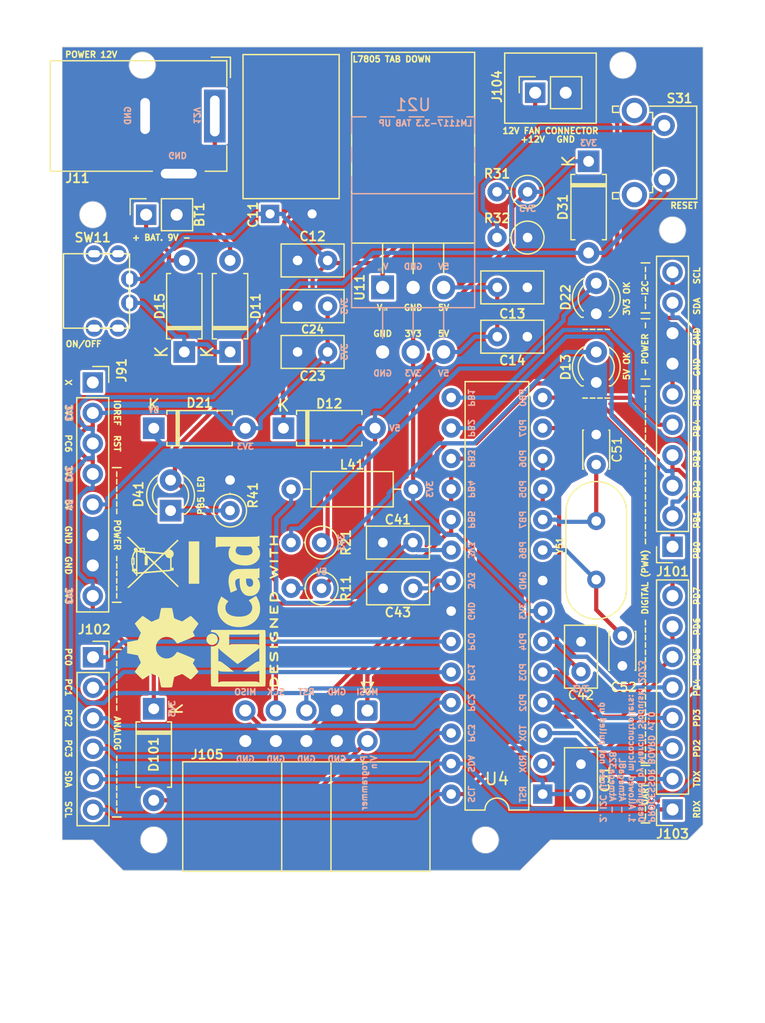
<source format=kicad_pcb>
(kicad_pcb (version 20211014) (generator pcbnew)
  (layers (0 "F.Cu" signal) (31 "B.Cu" signal) (34 "B.Paste" user) (35 "F.Paste" user) (36 "B.SilkS" user "B.Silkscreen") (37 "F.SilkS" user "F.Silkscreen") (38 "B.Mask" user) (39 "F.Mask" user) (44 "Edge.Cuts" user))
  (net 0 "")
  (net 1 "GNDREF")
  (net 2 "+5V")
  (net 3 "PC6")
  (net 4 "TDX")
  (net 5 "RDX")
  (net 6 "Net-(BT1-Pad1)")
  (net 7 "PD2")
  (net 8 "PD3")
  (net 9 "PD4")
  (net 10 "PD5")
  (net 11 "PD6")
  (net 12 "PD7")
  (net 13 "PB0")
  (net 14 "PB1")
  (net 15 "PB2")
  (net 16 "PB3")
  (net 17 "PB4")
  (net 18 "PB5")
  (net 19 "PC0")
  (net 20 "PC1")
  (net 21 "PC2")
  (net 22 "PC3")
  (net 23 "SDA")
  (net 24 "SCL")
  (net 26 "Net-(D101-Pad2)")
  (net 27 "+12V")
  (net 28 "+3.3V")
  (net 29 "Net-(C41-Pad2)")
  (net 30 "Net-(C43-Pad1)")
  (net 31 "PB7")
  (net 32 "PB6")
  (net 33 "Net-(D11-Pad1)")
  (net 34 "Net-(D11-Pad2)")
  (net 35 "Net-(D13-Pad2)")
  (net 36 "Net-(D22-Pad2)")
  (net 37 "Net-(D41-Pad1)")
  (net 38 "Net-(R32-Pad2)")
  (footprint "Connector_PinSocket_2.54mm:PinSocket_1x08_P2.54mm_Vertical" (layer "F.Cu") (at 25.4 48.26)
    (fp_text reference "J91")
    (fp_text value "Conn_01x08_Female")
  )
  (footprint "Crystal:Crystal_HC49-4H_Vertical" (layer "F.Cu") (at 67.31 64.68 90)
    (fp_text reference "Y51")
    (fp_text value "Crystal")
  )
  (footprint "Diode_THT:D_A-405_P7.62mm_Horizontal" (layer "F.Cu") (at 30.48 52.07)
    (fp_text reference "D21")
    (fp_text value "SB260")
  )
  (footprint "Diode_THT:D_A-405_P7.62mm_Horizontal" (layer "F.Cu") (at 66.675 29.845 -90)
    (fp_text reference "D31")
    (fp_text value "SB260")
  )
  (footprint "Capacitor_THT:C_Disc_D5.0mm_W2.5mm_P2.50mm" (layer "F.Cu") (at 66.04 69.85 -90)
    (fp_text reference "C42")
    (fp_text value "100nF")
  )
  (footprint "LED_THT:LED_D3.0mm" (layer "F.Cu") (at 31.877 58.933 90)
    (fp_text reference "D41")
    (fp_text value "LED (yellow 3mm)")
  )
  (footprint "Capacitor_THT:C_Disc_D5.0mm_W2.5mm_P2.50mm" (layer "F.Cu") (at 59.075 44.45)
    (fp_text reference "C14")
    (fp_text value "22uF h=9mm tantal")
  )
  (footprint "Diode_THT:D_A-405_P7.62mm_Horizontal" (layer "F.Cu") (at 33.02 45.72 90)
    (fp_text reference "D15")
    (fp_text value "SB260")
  )
  (footprint "Package_TO_SOT_THT:TO-220-3_Horizontal_TabDown" (layer "F.Cu") (at 49.53 40.345)
    (fp_text reference "U11")
    (fp_text value "L7805")
  )
  (footprint "Inductor_THT:L_Axial_L6.6mm_D2.7mm_P10.16mm_Horizontal_Vishay_IM-2" (layer "F.Cu") (at 52.07 57.15 180)
    (fp_text reference "L41")
    (fp_text value "10uH")
  )
  (footprint "Capacitor_THT:C_Disc_D5.0mm_W2.5mm_P2.50mm" (layer "F.Cu") (at 49.55 61.595)
    (fp_text reference "C41")
    (fp_text value "100nF")
  )
  (footprint "Capacitor_THT:C_Disc_D5.0mm_W2.5mm_P2.50mm" (layer "F.Cu") (at 44.95 38.1 180)
    (fp_text reference "C12")
    (fp_text value "100nF")
  )
  (footprint "Resistor_THT:R_Axial_DIN0207_L6.3mm_D2.5mm_P2.54mm_Vertical" (layer "F.Cu") (at 61.595 36.195 180)
    (fp_text reference "R32")
    (fp_text value "330")
  )
  (footprint "Resistor_THT:R_Axial_DIN0207_L6.3mm_D2.5mm_P2.54mm_Vertical" (layer "F.Cu") (at 44.45 61.595 180)
    (fp_text reference "R21")
    (fp_text value "100")
  )
  (footprint "moja_biblioteka:BarrelJack_Wuerth_6941xx301002" (layer "F.Cu") (at 35.56 26.07 -90)
    (fp_text reference "J11")
    (fp_text value "Barrel_Jack_Switch")
  )
  (footprint "Capacitor_THT:C_Disc_D3.0mm_W2.0mm_P2.50mm" (layer "F.Cu") (at 69.485 71.862 90)
    (fp_text reference "C52")
    (fp_text value "22pF")
  )
  (footprint "Button_Switch_THT:SW_Tactile_SPST_Angled_PTS645Vx39-2LFS" (layer "F.Cu") (at 72.9775 26.86 -90)
    (fp_text reference "S31")
    (fp_text value "SW_Push")
  )
  (footprint "Connector_PinSocket_2.54mm:PinSocket_1x06_P2.54mm_Vertical" (layer "F.Cu") (at 25.425 71.145)
    (fp_text reference "J102")
    (fp_text value "Conn_01x06_Female")
  )
  (footprint "Diode_THT:D_A-405_P7.62mm_Horizontal" (layer "F.Cu") (at 30.48 75.438 -90)
    (fp_text reference "D101")
    (fp_text value "SB260")
  )
  (footprint "Connector_PinSocket_2.54mm:PinSocket_1x10_P2.54mm_Vertical" (layer "F.Cu") (at 73.66 61.94 180)
    (fp_text reference "J101")
    (fp_text value "Conn_01x10_Female")
  )
  (footprint "Connector_IDC:IDC-Header_2x05_P2.54mm_Horizontal" (layer "F.Cu") (at 48.26 75.5825 -90)
    (fp_text reference "J105")
    (fp_text value "Conn_02x05_Top_Bottom")
  )
  (footprint "Diode_THT:D_A-405_P7.62mm_Horizontal" (layer "F.Cu") (at 36.83 45.72 90)
    (fp_text reference "D11")
    (fp_text value "SB260")
  )
  (footprint "Capacitor_THT:C_Disc_D5.0mm_W2.5mm_P2.50mm" (layer "F.Cu") (at 66.04 82.55 90)
    (fp_text reference "C31")
    (fp_text value "100nF")
  )
  (footprint "Capacitor_THT:C_Disc_D3.0mm_W2.0mm_P2.50mm" (layer "F.Cu") (at 67.31 52.598 -90)
    (fp_text reference "C51")
    (fp_text value "22pF")
  )
  (footprint "LED_THT:LED_D3.0mm" (layer "F.Cu") (at 67.31 42.54 90)
    (fp_text reference "D22")
    (fp_text value "LED (red 3mm)")
  )
  (footprint "Package_DIP:DIP-28_W7.62mm" (layer "F.Cu") (at 62.855 82.54 180)
    (fp_text reference "U4")
    (fp_text value "ATmega328-P")
  )
  (footprint "LED_THT:LED_D3.0mm" (layer "F.Cu") (at 67.31 48.26 90)
    (fp_text reference "D13")
    (fp_text value "LED (red 3mm)")
  )
  (footprint "Connector_PinSocket_2.54mm:PinSocket_1x02_P2.54mm_Vertical" (layer "F.Cu") (at 62.23 24.13 90)
    (fp_text reference "J104")
    (fp_text value "Conn_01x02_Female")
  )
  (footprint "Capacitor_THT:C_Disc_D5.0mm_W2.5mm_P2.50mm" (layer "F.Cu") (at 52.07 65.405 180)
    (fp_text reference "C43")
    (fp_text value "100nF")
  )
  (footprint "Resistor_THT:R_Axial_DIN0207_L6.3mm_D2.5mm_P2.54mm_Vertical" (layer "F.Cu") (at 36.83 58.928 90)
    (fp_text reference "R41")
    (fp_text value "25")
  )
  (footprint "Symbol:KiCad-Logo2_5mm_SilkScreen" (layer "F.Cu") (at 37.846 67.31 90)
    (fp_text reference "REFL1" hide)
    (fp_text value "KiCad-Logo2_5mm_SilkScreen" hide)
  )
  (footprint "moja_biblioteka:Capacitor_D8_H12_P3.5_Angle" (layer "F.Cu") (at 41.91 34.224)
    (fp_text reference "C11")
    (fp_text value "470uF")
  )
  (footprint "Resistor_THT:R_Axial_DIN0207_L6.3mm_D2.5mm_P2.54mm_Vertical" (layer "F.Cu") (at 61.595 32.385 180)
    (fp_text reference "R31")
    (fp_text value "10k")
  )
  (footprint "Capacitor_THT:C_Disc_D5.0mm_W2.5mm_P2.50mm" (layer "F.Cu") (at 44.95 41.91 180)
    (fp_text reference "C24")
    (fp_text value "22uF h=9mm tantal")
  )
  (footprint "Connector_PinSocket_2.54mm:PinSocket_1x02_P2.54mm_Vertical" (layer "F.Cu") (at 29.845 34.29 90)
    (fp_text reference "BT1")
    (fp_text value "Battery")
  )
  (footprint "moja_biblioteka:wlacznik katowy" (layer "F.Cu") (at 28.465 41.64 90)
    (fp_text reference "SW11")
    (fp_text value "SW_DIP_x01")
  )
  (footprint "Symbol:OSHW-Symbol_6.7x6mm_SilkScreen" (layer "F.Cu") (at 31.242 70.358 90)
    (fp_text reference "REFL2" hide)
    (fp_text value "OSHW-Symbol_6.7x6mm_SilkScreen" hide)
  )
  (footprint "Diode_THT:D_A-405_P7.62mm_Horizontal" (layer "F.Cu") (at 41.275 52.07)
    (fp_text reference "D12")
    (fp_text value "SB260")
  )
  (footprint "Symbol:WEEE-Logo_4.2x6mm_SilkScreen" (layer "F.Cu") (at 31.242 63.246 90)
    (fp_text reference "REFL3" hide)
    (fp_text value "WEEE-Logo_4.2x6mm_SilkScreen" hide)
  )
  (footprint "Resistor_THT:R_Axial_DIN0207_L6.3mm_D2.5mm_P2.54mm_Vertical" (layer "F.Cu") (at 44.45 65.405 180)
    (fp_text reference "R11")
    (fp_text value "190")
  )
  (footprint "Capacitor_THT:C_Disc_D5.0mm_W2.5mm_P2.50mm" (layer "F.Cu") (at 44.95 45.72 180)
    (fp_text reference "C23")
    (fp_text value "100nF")
  )
  (footprint "Connector_PinSocket_2.54mm:PinSocket_1x08_P2.54mm_Vertical" (layer "F.Cu") (at 73.66 83.82 180)
    (fp_text reference "J103")
    (fp_text value "Conn_01x08_Female")
  )
  (footprint "Capacitor_THT:C_Disc_D5.0mm_W2.5mm_P2.50mm" (layer "F.Cu") (at 59.075 40.345)
    (fp_text reference "C13")
    (fp_text value "100nF")
  )
  (footprint "Package_TO_SOT_THT:TO-220-3_Horizontal_TabUp" (layer "B.Cu") (at 49.53 45.72)
    (fp_text reference "U21")
    (fp_text value "LM1117-3.3")
  )
  (gr_line (start 67.31 26.67) (end 59.69 26.67) (layer "F.SilkS") (width 0.12))
  (gr_line (start 59.69 26.67) (end 59.69 20.828) (layer "F.SilkS") (width 0.12))
  (gr_line (start 59.69 20.828) (end 67.31 20.828) (layer "F.SilkS") (width 0.12))
  (gr_line (start 67.31 20.828) (end 67.31 26.67) (layer "F.SilkS") (width 0.12))
  (gr_line (start 25.4 86.36) (end 22.86 86.36) (layer "Edge.Cuts") (width 0.05))
  (gr_line (start 22.86 101.6) (end 22.86 101.6) (layer "Edge.Cuts") (width 0.05))
  (gr_circle (center 58.09 86.36) (end 59.19 86.36) (layer "Edge.Cuts") (width 0.05) (fill none))
  (gr_circle (center 30.48 86.36) (end 31.58 86.36) (layer "Edge.Cuts") (width 0.05) (fill none))
  (gr_line (start 74.93 86.36) (end 63.5 86.36) (layer "Edge.Cuts") (width 0.05))
  (gr_line (start 60.96 88.9) (end 27.94 88.9) (layer "Edge.Cuts") (width 0.05))
  (gr_circle (center 69.53 21.844) (end 70.63 21.844) (layer "Edge.Cuts") (width 0.05) (fill none))
  (gr_line (start 74.93 86.36) (end 76.2 85.09) (layer "Edge.Cuts") (width 0.05))
  (gr_line (start 63.5 86.36) (end 60.96 88.9) (layer "Edge.Cuts") (width 0.05))
  (gr_circle (center 73.66 35.56) (end 74.76 35.56) (layer "Edge.Cuts") (width 0.05) (fill none))
  (gr_line (start 76.2 85.09) (end 76.2 20.32) (layer "Edge.Cuts") (width 0.05))
  (gr_circle (center 25.4 34.29) (end 26.5 34.29) (layer "Edge.Cuts") (width 0.05) (fill none))
  (gr_line (start 27.94 88.9) (end 25.4 86.36) (layer "Edge.Cuts") (width 0.05))
  (gr_line (start 22.86 20.32) (end 76.2 20.32) (layer "Edge.Cuts") (width 0.05))
  (gr_line (start 22.86 86.36) (end 22.86 20.32) (layer "Edge.Cuts") (width 0.05))
  (gr_circle (center 29.53 21.844) (end 30.63 21.844) (layer "Edge.Cuts") (width 0.05) (fill none))
  (gr_text "PC2" (at 56.896 74.93 270) (layer "B.SilkS") (effects (font (size 0.5 0.5) (thickness 0.125)) (justify mirror)))
  (gr_text "3V3" (at 46.355 41.91 90) (layer "B.SilkS") (effects (font (size 0.5 0.5) (thickness 0.125)) (justify mirror)))
  (gr_text "PB1" (at 56.896 49.53 270) (layer "B.SilkS") (effects (font (size 0.5 0.5) (thickness 0.125)) (justify mirror)))
  (gr_text "PD4" (at 61.214 69.85 90) (layer "B.SilkS") (effects (font (size 0.5 0.5) (thickness 0.125)) (justify mirror)))
  (gr_text "GND" (at 56.896 67.31 270) (layer "B.SilkS") (effects (font (size 0.5 0.5) (thickness 0.125)) (justify mirror)))
  (gr_text "PB6" (at 61.214 62.23 90) (layer "B.SilkS") (effects (font (size 0.5 0.5) (thickness 0.125)) (justify mirror)))
  (gr_text "RDX" (at 61.214 80.01 90) (layer "B.SilkS") (effects (font (size 0.5 0.5) (thickness 0.125)) (justify mirror)))
  (gr_text "3V3" (at 38.1 53.594) (layer "B.SilkS") (effects (font (size 0.5 0.5) (thickness 0.125)) (justify mirror)))
  (gr_text "PD3" (at 61.214 72.39 90) (layer "B.SilkS") (effects (font (size 0.5 0.5) (thickness 0.125)) (justify mirror)))
  (gr_text "3V3" (at 23.495 55.88 90) (layer "B.SilkS") (effects (font (size 0.5 0.5) (thickness 0.125)) (justify mirror)))
  (gr_text "GND" (at 32.4612 29.337 180) (layer "B.SilkS") (effects (font (size 0.5 0.5) (thickness 0.125)) (justify mirror)))
  (gr_text "PB7" (at 61.214 59.69 90) (layer "B.SilkS") (effects (font (size 0.5 0.5) (thickness 0.125)) (justify mirror)))
  (gr_text "3V3" (at 66.675 28.321) (layer "B.SilkS") (effects (font (size 0.5 0.5) (thickness 0.125)) (justify mirror)))
  (gr_text "PB4" (at 56.896 57.15 270) (layer "B.SilkS") (effects (font (size 0.5 0.5) (thickness 0.125)) (justify mirror)))
  (gr_text "SDA" (at 56.896 80.01 270) (layer "B.SilkS") (effects (font (size 0.5 0.5) (thickness 0.125)) (justify mirror)))
  (gr_text "5V" (at 44.45 64.008) (layer "B.SilkS") (effects (font (size 0.5 0.5) (thickness 0.125)) (justify mirror)))
  (gr_text "GND" (at 43.18 79.629) (layer "B.SilkS") (effects (font (size 0.5 0.5) (thickness 0.125)) (justify mirror)))
  (gr_text "3V3" (at 52.07 47.498) (layer "B.SilkS") (effects (font (size 0.5 0.5) (thickness 0.125)) (justify mirror)))
  (gr_text "PD7" (at 61.214 52.07 90) (layer "B.SilkS") (effects (font (size 0.5 0.5) (thickness 0.125)) (justify mirror)))
  (gr_text "PB2" (at 56.896 52.07 270) (layer "B.SilkS") (effects (font (size 0.5 0.5) (thickness 0.125)) (justify mirror)))
  (gr_text "PD5" (at 61.214 57.15 90) (layer "B.SilkS") (effects (font (size 0.5 0.5) (thickness 0.125)) (justify mirror)))
  (gr_text "GND" (at 28.321 26.035 90) (layer "B.SilkS") (effects (font (size 0.5 0.5) (thickness 0.125)) (justify mirror)))
  (gr_text "5V" (at 50.546 52.07) (layer "B.SilkS") (effects (font (size 0.5 0.5) (thickness 0.125)) (justify mirror)))
  (gr_text "PB3" (at 56.896 54.61 270) (layer "B.SilkS") (effects (font (size 0.5 0.5) (thickness 0.125)) (justify mirror)))
  (gr_text "SCK" (at 40.64 74.041) (layer "B.SilkS") (effects (font (size 0.5 0.5) (thickness 0.125)) (justify mirror)))
  (gr_text "MOSI" (at 48.26 74.041) (layer "B.SilkS") (effects (font (size 0.5 0.5) (thickness 0.125)) (justify mirror)))
  (gr_text "TDX" (at 61.214 77.47 90) (layer "B.SilkS") (effects (font (size 0.5 0.5) (thickness 0.125)) (justify mirror)))
  (gr_text "GND" (at 52.07 38.608) (layer "B.SilkS") (effects (font (size 0.5 0.5) (thickness 0.125)) (justify mirror)))
  (gr_text "PC3" (at 56.896 77.47 270) (layer "B.SilkS") (effects (font (size 0.5 0.5) (thickness 0.125)) (justify mirror)))
  (gr_text "PC1" (at 56.896 72.39 270) (layer "B.SilkS") (effects (font (size 0.5 0.5) (thickness 0.125)) (justify mirror)))
  (gr_text "5V" (at 23.495 58.42 90) (layer "B.SilkS") (effects (font (size 0.5 0.5) (thickness 0.125)) (justify mirror)))
  (gr_text "SCL" (at 56.896 82.55 270) (layer "B.SilkS") (effects (font (size 0.5 0.5) (thickness 0.125)) (justify mirror)))
  (gr_text "PB0" (at 61.214 49.53 90) (layer "B.SilkS") (effects (font (size 0.5 0.5) (thickness 0.125)) (justify mirror)))
  (gr_text "PB5" (at 56.896 59.69 270) (layer "B.SilkS") (effects (font (size 0.5 0.5) (thickness 0.125)) (justify mirror)))
  (gr_text "GND" (at 40.64 79.629) (layer "B.SilkS") (effects (font (size 0.5 0.5) (thickness 0.125)) (justify mirror)))
  (gr_text "RST" (at 61.214 82.55 90) (layer "B.SilkS") (effects (font (size 0.5 0.5) (thickness 0.125)) (justify mirror)))
  (gr_text "in" (at 49.276 38.862) (layer "B.SilkS") (effects (font (size 0.25 0.25) (thickness 0.0625)) (justify mirror)))
  (gr_text "PROCESSOR BOARD v1.0\nDesigned by Marcin Stodulski 2023\n1. Allowed microcontrollers:\n  - Atmega8L\n  - Atmega328\n2. I2C lines not pulled up" (at 69.8754 84.9884 270) (layer "B.SilkS") (effects (font (size 0.5 0.5) (thickness 0.125)) (justify left mirror)))
  (gr_text "12V" (at 34.0614 26.035 270) (layer "B.SilkS") (effects (font (size 0.5 0.5) (thickness 0.125)) (justify mirror)))
  (gr_text "3V3" (at 46.101 61.595 90) (layer "B.SilkS") (effects (font (size 0.5 0.5) (thickness 0.125)) (justify mirror)))
  (gr_text "V" (at 49.784 38.608) (layer "B.SilkS") (effects (font (size 0.5 0.5) (thickness 0.125)) (justify mirror)))
  (gr_text "Programmer \nVin" (at 48.387 79.248 90) (layer "B.SilkS") (effects (font (size 0.5 0.5) (thickness 0.125)) (justify left mirror)))
  (gr_text "PD2" (at 61.214 74.93 90) (layer "B.SilkS") (effects (font (size 0.5 0.5) (thickness 0.125)) (justify mirror)))
  (gr_text "5V" (at 54.61 38.608) (layer "B.SilkS") (effects (font (size 0.5 0.5) (thickness 0.125)) (justify mirror)))
  (gr_text "3V3" (at 61.214 67.31 90) (layer "B.SilkS") (effects (font (size 0.5 0.5) (thickness 0.125)) (justify mirror)))
  (gr_text "GND" (at 45.72 79.629) (layer "B.SilkS") (effects (font (size 0.5 0.5) (thickness 0.125)) (justify mirror)))
  (gr_text "PC0" (at 56.896 69.85 270) (layer "B.SilkS") (effects (font (size 0.5 0.5) (thickness 0.125)) (justify mirror)))
  (gr_text "3V3" (at 23.495 50.8 90) (layer "B.SilkS") (effects (font (size 0.5 0.5) (thickness 0.125)) (justify mirror)))
  (gr_text "GND" (at 61.214 64.77 90) (layer "B.SilkS") (effects (font (size 0.5 0.5) (thickness 0.125)) (justify mirror)))
  (gr_text "3V3" (at 56.896 64.77 270) (layer "B.SilkS") (effects (font (size 0.5 0.5) (thickness 0.125)) (justify mirror)))
  (gr_text "GND" (at 38.1 79.629) (layer "B.SilkS") (effects (font (size 0.5 0.5) (thickness 0.125)) (justify mirror)))
  (gr_text "5V" (at 30.48 50.546) (layer "B.SilkS") (effects (font (size 0.5 0.5) (thickness 0.125)) (justify mirror)))
  (gr_text "MISO" (at 38.1 74.041) (layer "B.SilkS") (effects (font (size 0.5 0.5) (thickness 0.125)) (justify mirror)))
  (gr_text "3V3" (at 32.004 75.438 90) (layer "B.SilkS") (effects (font (size 0.5 0.5) (thickness 0.125)) (justify mirror)))
  (gr_text "3V3" (at 46.355 45.72 90) (layer "B.SilkS") (effects (font (size 0.5 0.5) (thickness 0.125)) (justify mirror)))
  (gr_text "3V3" (at 53.467 57.15 90) (layer "B.SilkS") (effects (font (size 0.5 0.5) (thickness 0.125)) (justify mirror)))
  (gr_text "GND" (at 45.72 74.041) (layer "B.SilkS") (effects (font (size 0.5 0.5) (thickness 0.125)) (justify mirror)))
  (gr_text "GND" (at 49.53 47.498) (layer "B.SilkS") (effects (font (size 0.5 0.5) (thickness 0.125)) (justify mirror)))
  (gr_text "3V3" (at 56.896 62.23 270) (layer "B.SilkS") (effects (font (size 0.5 0.5) (thickness 0.125)) (justify mirror)))
  (gr_text "PD6" (at 61.214 54.61 90) (layer "B.SilkS") (effects (font (size 0.5 0.5) (thickness 0.125)) (justify mirror)))
  (gr_text "3V3" (at 23.495 66.04 90) (layer "B.SilkS") (effects (font (size 0.5 0.5) (thickness 0.125)) (justify mirror)))
  (gr_text "3V3" (at 61.595 33.782) (layer "B.SilkS") (effects (font (size 0.5 0.5) (thickness 0.125)) (justify mirror)))
  (gr_text "5V" (at 54.61 47.498) (layer "B.SilkS") (effects (font (size 0.5 0.5) (thickness 0.125)) (justify mirror)))
  (gr_text "3V3" (at 66.04 73.787) (layer "B.SilkS") (effects (font (size 0.5 0.5) (thickness 0.125)) (justify mirror)))
  (gr_text "RST" (at 43.18 74.041) (layer "B.SilkS") (effects (font (size 0.5 0.5) (thickness 0.125)) (justify mirror)))
  (gr_text "LM1117-3.3 TAB UP" (at 53.086 26.67) (layer "B.SilkS") (effects (font (size 0.5 0.5) (thickness 0.125)) (justify mirror)))
  (gr_text "+ BAT. 9V -" (at 31.115 36.195) (layer "F.SilkS") (effects (font (size 0.5 0.5) (thickness 0.125))))
  (gr_text "PD5" (at 75.692 71.12 90) (layer "F.SilkS") (effects (font (size 0.5 0.5) (thickness 0.125))))
  (gr_text "PD6" (at 75.692 68.58 90) (layer "F.SilkS") (effects (font (size 0.5 0.5) (thickness 0.125))))
  (gr_text "GND" (at 23.368 63.5 270) (layer "F.SilkS") (effects (font (size 0.5 0.5) (thickness 0.125))))
  (gr_text "PC2" (at 23.368 76.2 270) (layer "F.SilkS") (effects (font (size 0.5 0.5) (thickness 0.125))))
  (gr_text "POWER 12V" (at 25.273 20.955) (layer "F.SilkS") (effects (font (size 0.5 0.5) (thickness 0.125))))
  (gr_text "ON/OFF" (at 24.638 45.0596) (layer "F.SilkS") (effects (font (size 0.5 0.5) (thickness 0.125))))
  (gr_text "3V3" (at 23.368 66.04 270) (layer "F.SilkS") (effects (font (size 0.5 0.5) (thickness 0.125))))
  (gr_text "PD4" (at 75.692 73.66 90) (layer "F.SilkS") (effects (font (size 0.5 0.5) (thickness 0.125))))
  (gr_text "|--I2C--|" (at 71.374 40.386 90) (layer "F.SilkS") (effects (font (size 0.5 0.5) (thickness 0.125))))
  (gr_text "SDA" (at 23.368 81.28 270) (layer "F.SilkS") (effects (font (size 0.5 0.5) (thickness 0.125))))
  (gr_text "----" (at 67.31 49.525) (layer "F.SilkS") (effects (font (size 0.5 0.5) (thickness 0.125))))
  (gr_text "GND" (at 23.368 60.96 270) (layer "F.SilkS") (effects (font (size 0.5 0.5) (thickness 0.125))))
  (gr_text "SDA" (at 75.692 41.91 90) (layer "F.SilkS") (effects (font (size 0.5 0.5) (thickness 0.125))))
  (gr_text "5V OK" (at 69.85 46.893513 90) (layer "F.SilkS") (effects (font (size 0.5 0.5) (thickness 0.125))))
  (gr_text "3V3" (at 52.07 44.196) (layer "F.SilkS") (effects (font (size 0.5 0.5) (thickness 0.125))))
  (gr_text "PB5 LED" (at 34.417 57.658 90) (layer "F.SilkS") (effects (font (size 0.5 0.5) (thickness 0.125))))
  (gr_text "5V" (at 54.61 44.196) (layer "F.SilkS") (effects (font (size 0.5 0.5) (thickness 0.125))))
  (gr_text "PC3" (at 23.368 78.74 270) (layer "F.SilkS") (effects (font (size 0.5 0.5) (thickness 0.125))))
  (gr_text "IOREF" (at 27.432 50.8 270) (layer "F.SilkS") (effects (font (size 0.5 0.5) (thickness 0.125))))
  (gr_text "X" (at 23.368 48.26 270) (layer "F.SilkS") (effects (font (size 0.5 0.5) (thickness 0.125))))
  (gr_text "|------------------- DIGITAL (PWM) ---------------------|" (at 71.374 64.262 90) (layer "F.SilkS") (effects (font (size 0.5 0.5) (thickness 0.125))))
  (gr_text "PD7" (at 75.692 66.04 90) (layer "F.SilkS") (effects (font (size 0.5 0.5) (thickness 0.125))))
  (gr_text "PC6" (at 23.368 53.34 270) (layer "F.SilkS") (effects (font (size 0.5 0.5) (thickness 0.125))))
  (gr_text "GND" (at 75.692 44.45 90) (layer "F.SilkS") (effects (font (size 0.5 0.5) (thickness 0.125))))
  (gr_text "PB5" (at 75.692 49.53 90) (layer "F.SilkS") (effects (font (size 0.5 0.5) (thickness 0.125))))
  (gr_text "PB0" (at 75.692 62.23 90) (layer "F.SilkS") (effects (font (size 0.5 0.5) (thickness 0.125))))
  (gr_text "PB3" (at 75.692 54.61 90) (layer "F.SilkS") (effects (font (size 0.5 0.5) (thickness 0.125))))
  (gr_text "|------ POWER ------|" (at 27.432 60.96 270) (layer "F.SilkS") (effects (font (size 0.5 0.5) (thickness 0.125))))
  (gr_text "5V" (at 23.368 58.45 270) (layer "F.SilkS") (effects (font (size 0.5 0.5) (thickness 0.125))))
  (gr_text "12V FAN CONNECTOR" (at 63.5 27.305) (layer "F.SilkS") (effects (font (size 0.5 0.5) (thickness 0.125))))
  (gr_text "3V3" (at 23.368 55.88 270) (layer "F.SilkS") (effects (font (size 0.5 0.5) (thickness 0.125))))
  (gr_text "PD2" (at 75.692 78.74 90) (layer "F.SilkS") (effects (font (size 0.5 0.5) (thickness 0.125))))
  (gr_text "RDX" (at 75.692 83.82 90) (layer "F.SilkS") (effects (font (size 0.5 0.5) (thickness 0.125))))
  (gr_text "GND" (at 49.53 44.196) (layer "F.SilkS") (effects (font (size 0.5 0.5) (thickness 0.125))))
  (gr_text "PD3" (at 75.692 76.2 90) (layer "F.SilkS") (effects (font (size 0.5 0.5) (thickness 0.125))))
  (gr_text "RESET" (at 74.6252 33.528) (layer "F.SilkS") (effects (font (size 0.5 0.5) (thickness 0.125))))
  (gr_text "GND" (at 64.77 28.0162) (layer "F.SilkS") (effects (font (size 0.5 0.5) (thickness 0.125))))
  (gr_text "PB2" (at 75.692 57.15 90) (layer "F.SilkS") (effects (font (size 0.5 0.5) (thickness 0.125))))
  (gr_text "V" (at 49.276 42.03) (layer "F.SilkS") (effects (font (size 0.5 0.5) (thickness 0.125))))
  (gr_text "SCL" (at 23.368 83.82 270) (layer "F.SilkS") (effects (font (size 0.5 0.5) (thickness 0.125))))
  (gr_text "|- POWER -|" (at 71.374 45.466 90) (layer "F.SilkS") (effects (font (size 0.5 0.5) (thickness 0.125))))
  (gr_text "+12V" (at 62.0268 28.0162) (layer "F.SilkS") (effects (font (size 0.5 0.5) (thickness 0.125))))
  (gr_text "3V3 OK" (at 69.85 41.27 90) (layer "F.SilkS") (effects (font (size 0.5 0.5) (thickness 0.125))))
  (gr_text "|-------- ANALOG --------|" (at 27.432 77.47 270) (layer "F.SilkS") (effects (font (size 0.5 0.5) (thickness 0.125))))
  (gr_text "5V" (at 54.61 42.03) (layer "F.SilkS") (effects (font (size 0.5 0.5) (thickness 0.125))))
  (gr_text "PB1" (at 75.692 59.69 90) (layer "F.SilkS") (effects (font (size 0.5 0.5) (thickness 0.125))))
  (gr_text "RST" (at 27.432 53.34 270) (layer "F.SilkS") (effects (font (size 0.5 0.5) (thickness 0.125))))
  (gr_text "GND" (at 52.07 42.03) (layer "F.SilkS") (effects (font (size 0.5 0.5) (thickness 0.125))))
  (gr_text "3V3" (at 23.368 50.8 270) (layer "F.SilkS") (effects (font (size 0.5 0.5) (thickness 0.125))))
  (gr_text "GND" (at 75.692 46.99 90) (layer "F.SilkS") (effects (font (size 0.5 0.5) (thickness 0.125))))
  (gr_text "in" (at 49.784 42.164) (layer "F.SilkS") (effects (font (size 0.25 0.25) (thickness 0.0625))))
  (gr_text "|--UART--|" (at 71.374 82.55 90) (layer "F.SilkS") (effects (font (size 0.5 0.5) (thickness 0.125))))
  (gr_text "SCL" (at 75.692 39.37 90) (layer "F.SilkS") (effects (font (size 0.5 0.5) (thickness 0.125))))
  (gr_text "TDX" (at 75.692 81.28 90) (layer "F.SilkS") (effects (font (size 0.5 0.5) (thickness 0.125))))
  (gr_text "PB4" (at 75.692 52.07 90) (layer "F.SilkS") (effects (font (size 0.5 0.5) (thickness 0.125))))
  (gr_text "PC0" (at 23.368 71.12 270) (layer "F.SilkS") (effects (font (size 0.5 0.5) (thickness 0.125))))
  (gr_text "----" (at 67.31 43.81) (layer "F.SilkS") (effects (font (size 0.5 0.5) (thickness 0.125))))
  (gr_text "L7805 TAB DOWN" (at 50.292 21.336) (layer "F.SilkS") (effects (font (size 0.5 0.5) (thickness 0.125))))
  (gr_text "PC1" (at 23.368 73.66 270) (layer "F.SilkS") (effects (font (size 0.5 0.5) (thickness 0.125))))
  (segment (start 61.575 42.54) (end 66.0347 42.54) (width 0.35) (layer "F.Cu") (net 1))
  (segment (start 50.1708 47.7361) (end 50.1708 60.9942) (width 0.35) (layer "F.Cu") (net 1))
  (segment (start 42.5504 45.8204) (end 42.5504 53.1529) (width 0.35) (layer "F.Cu") (net 1))
  (segment (start 46.9895 76.852) (end 45.72 75.5825) (width 0.35) (layer "F.Cu") (net 1))
  (segment (start 42.45 41.91) (end 42.45 38.1) (width 0.35) (layer "F.Cu") (net 1))
  (segment (start 49.53 47.0953) (end 50.1708 47.7361) (width 0.35) (layer "F.Cu") (net 1))
  (segment (start 29.76 26.07) (end 29.76 28.4453) (width 0.35) (layer "F.Cu") (net 1))
  (segment (start 54.0597 69.2832) (end 54.0597 71.9242) (width 0.35) (layer "F.Cu") (net 1))
  (segment (start 45.72 78.1225) (end 46.9895 76.853) (width 0.35) (layer "F.Cu") (net 1))
  (segment (start 42.45 38.1) (end 42.45 35.434) (width 0.35) (layer "F.Cu") (net 1))
  (segment (start 32.56 30.87) (end 32.56 29.5947) (width 0.35) (layer "F.Cu") (net 1))
  (segment (start 39.3153 56.388) (end 36.83 56.388) (width 0.35) (layer "F.Cu") (net 1))
  (segment (start 25.4 63.5) (end 25.4 60.96) (width 0.35) (layer "F.Cu") (net 1))
  (segment (start 61.595 40.325) (end 61.575 40.345) (width 0.35) (layer "F.Cu") (net 1))
  (segment (start 67.31 48.26) (end 68.5853 48.26) (width 0.35) (layer "F.Cu") (net 1))
  (segment (start 31.4106 28.4453) (end 32.56 29.5947) (width 0.35) (layer "F.Cu") (net 1))
  (segment (start 68.5853 47.7071) (end 69.5924 46.7) (width 0.35) (layer "F.Cu") (net 1))
  (segment (start 54.8676 68.4753) (end 54.0597 69.2832) (width 0.35) (layer "F.Cu") (net 1))
  (segment (start 50.1708 60.9942) (end 49.57 61.595) (width 0.35) (layer "F.Cu") (net 1))
  (segment (start 42.45 45.72) (end 42.5504 45.8204) (width 0.35) (layer "F.Cu") (net 1))
  (segment (start 55.235 68.4753) (end 54.8676 68.4753) (width 0.35) (layer "F.Cu") (net 1))
  (segment (start 42.5504 53.1529) (end 39.3153 56.388) (width 0.35) (layer "F.Cu") (net 1))
  (segment (start 69.5924 46.7) (end 69.5924 46.0977) (width 0.35) (layer "F.Cu") (net 1))
  (segment (start 54.0597 71.9242) (end 49.1319 76.852) (width 0.35) (layer "F.Cu") (net 1))
  (segment (start 67.31 42.54) (end 66.0347 42.54) (width 0.35) (layer "F.Cu") (net 1))
  (segment (start 67.31 42.54) (end 67.31 43.8153) (width 0.35) (layer "F.Cu") (net 1))
  (segment (start 46.9895 76.853) (end 46.9895 76.852) (width 0.35) (layer "F.Cu") (net 1))
  (segment (start 69.5924 46.0977) (end 67.31 43.8153) (width 0.35) (layer "F.Cu") (net 1))
  (segment (start 69.5924 46.7) (end 72.4347 46.7) (width 0.35) (layer "F.Cu") (net 1))
  (segment (start 49.53 45.72) (end 49.53 47.0953) (width 0.35) (layer "F.Cu") (net 1))
  (segment (start 64.77 33.02) (end 64.77 24.13) (width 0.35) (layer "F.Cu") (net 1))
  (segment (start 68.5853 48.26) (end 68.5853 47.7071) (width 0.35) (layer "F.Cu") (net 1))
  (segment (start 61.595 36.195) (end 64.77 33.02) (width 0.35) (layer "F.Cu") (net 1))
  (segment (start 61.595 36.195) (end 61.595 40.325) (width 0.35) (layer "F.Cu") (net 1))
  (segment (start 73.66 46.7) (end 72.4347 46.7) (width 0.35) (layer "F.Cu") (net 1))
  (segment (start 55.235 67.3) (end 55.235 68.4753) (width 0.35) (layer "F.Cu") (net 1))
  (segment (start 32.56 30.87) (end 32.56 32.1453) (width 0.35) (layer "F.Cu") (net 1))
  (segment (start 29.76 28.4453) (end 31.4106 28.4453) (width 0.35) (layer "F.Cu") (net 1))
  (segment (start 32.385 32.3203) (end 32.56 32.1453) (width 0.35) (layer "F.Cu") (net 1))
  (segment (start 49.1319 76.852) (end 46.9895 76.852) (width 0.35) (layer "F.Cu") (net 1))
  (segment (start 49.57 61.595) (end 49.57 65.405) (width 0.35) (layer "F.Cu") (net 1))
  (segment (start 61.575 42.54) (end 61.575 44.45) (width 0.35) (layer "F.Cu") (net 1))
  (segment (start 73.66 44.16) (end 73.66 46.7) (width 0.35) (layer "F.Cu") (net 1))
  (segment (start 32.385 34.29) (end 32.385 32.3203) (width 0.35) (layer "F.Cu") (net 1))
  (segment (start 49.57 61.595) (end 49.55 61.595) (width 0.35) (layer "F.Cu") (net 1))
  (segment (start 61.575 40.345) (end 61.575 42.54) (width 0.35) (layer "F.Cu") (net 1))
  (segment (start 42.45 35.434) (end 43.66 34.224) (width 0.35) (layer "F.Cu") (net 1))
  (segment (start 63.1597 65.9353) (end 64.0331 66.8087) (width 0.35) (layer "B.Cu") (net 1))
  (segment (start 31.3391 55.1106) (end 26.6253 59.8244) (width 0.35) (layer "B.Cu") (net 1))
  (segment (start 42.45 42.9694) (end 42.45 41.91) (width 0.35) (layer "B.Cu") (net 1))
  (segment (start 61.6574 77.9517) (end 62.4357 78.73) (width 0.35) (layer "B.Cu") (net 1))
  (segment (start 68.6007 72.39) (end 66.0607 69.85) (width 0.35) (layer "B.Cu") (net 1))
  (segment (start 60.1997 41.7203) (end 61.575 40.345) (width 0.35) (layer "B.Cu") (net 1))
  (segment (start 51.465 67.3) (end 55.235 67.3) (width 0.35) (layer "B.Cu") (net 1))
  (segment (start 52.07 41.7203) (end 52.07 41.8047) (width 0.35) (layer "B.Cu") (net 1))
  (segment (start 52.07 41.8047) (end 49.53 44.3447) (width 0.35) (layer "B.Cu") (net 1))
  (segment (start 43.8253 44.3447) (end 49.53 44.3447) (width 0.35) (layer "B.Cu") (net 1))
  (segment (start 40.64 78.1225) (end 43.18 78.1225) (width 0.35) (layer "B.Cu") (net 1))
  (segment (start 57.6035 68.4932) (end 61.6574 68.4932) (width 0.35) (layer "B.Cu") (net 1))
  (segment (start 36.83 56.388) (end 35.6547 56.388) (width 0.35) (layer "B.Cu") (net 1))
  (segment (start 49.53 45.72) (end 49.53 44.3447) (width 0.35) (layer "B.Cu") (net 1))
  (segment (start 32.56 30.87) (end 40.306 30.87) (width 0.35) (layer "B.Cu") (net 1))
  (segment (start 49.57 65.405) (end 51.465 67.3) (width 0.35) (layer "B.Cu") (net 1))
  (segment (start 66.0607 69.85) (end 66.04 69.85) (width 0.35) (layer "B.Cu") (net 1))
  (segment (start 64.72 78.73) (end 66.04 80.05) (width 0.35) (layer "B.Cu") (net 1))
  (segment (start 64.0331 68.4932) (end 65.3899 69.85) (width 0.35) (layer "B.Cu") (net 1))
  (segment (start 43.18 78.1225) (end 45.72 78.1225) (width 0.35) (layer "B.Cu") (net 1))
  (segment (start 35.6547 56.388) (end 34.3773 55.1106) (width 0.35) (layer "B.Cu") (net 1))
  (segment (start 42.45 45.72) (end 43.8253 44.3447) (width 0.35) (layer "B.Cu") (net 1))
  (segment (start 26.6253 59.8244) (end 26.6253 60.96) (width 0.35) (layer "B.Cu") (net 1))
  (segment (start 64.0331 66.8087) (end 64.0331 68.4932) (width 0.35) (layer "B.Cu") (net 1))
  (segment (start 62.855 64.76) (end 62.855 65.9353) (width 0.35) (layer "B.Cu") (net 1))
  (segment (start 65.3899 69.85) (end 66.04 69.85) (width 0.35) (layer "B.Cu") (net 1))
  (segment (start 62.4357 78.73) (end 64.72 78.73) (width 0.35) (layer "B.Cu") (net 1))
  (segment (start 34.3773 55.1106) (end 31.3391 55.1106) (width 0.35) (layer "B.Cu") (net 1))
  (segment (start 40.306 30.87) (end 43.66 34.224) (width 0.35) (layer "B.Cu") (net 1))
  (segment (start 67.31 48.26) (end 67.31 52.09) (width 0.35) (layer "B.Cu") (net 1))
  (segment (start 52.07 41.7203) (end 60.1997 41.7203) (width 0.35) (layer "B.Cu") (net 1))
  (segment (start 61.6574 68.4932) (end 64.0331 68.4932) (width 0.35) (layer "B.Cu") (net 1))
  (segment (start 61.6574 68.4932) (end 61.6574 77.9517) (width 0.35) (layer "B.Cu") (net 1))
  (segment (start 56.4103 67.3) (end 57.6035 68.4932) (width 0.35) (layer "B.Cu") (net 1))
  (segment (start 38.1 78.1225) (end 40.64 78.1225) (width 0.35) (layer "B.Cu") (net 1))
  (segment (start 55.235 67.3) (end 56.4103 67.3) (width 0.35) (layer "B.Cu") (net 1))
  (segment (start 62.855 65.9353) (end 63.1597 65.9353) (width 0.35) (layer "B.Cu") (net 1))
  (segment (start 43.8253 44.3447) (end 42.45 42.9694) (width 0.35) (layer "B.Cu") (net 1))
  (segment (start 69.485 72.39) (end 68.6007 72.39) (width 0.35) (layer "B.Cu") (net 1))
  (segment (start 25.4 60.96) (end 26.6253 60.96) (width 0.35) (layer "B.Cu") (net 1))
  (segment (start 52.07 40.345) (end 52.07 41.7203) (width 0.35) (layer "B.Cu") (net 1))
  (segment (start 48.895 52.07) (end 48.895 53.3453) (width 0.35) (layer "F.Cu") (net 2))
  (segment (start 48.895 53.3453) (end 48.3664 53.8739) (width 0.35) (layer "F.Cu") (net 2))
  (segment (start 48.3664 61.4886) (end 44.45 65.405) (width 0.35) (layer "F.Cu") (net 2))
  (segment (start 59.075 40.345) (end 59.075 44.45) (width 0.35) (layer "F.Cu") (net 2))
  (segment (start 48.3664 53.8739) (end 48.3664 61.4886) (width 0.35) (layer "F.Cu") (net 2))
  (segment (start 31.1549 53.3825) (end 26.6253 57.9121) (width 0.35) (layer "B.Cu") (net 2))
  (segment (start 30.48 52.07) (end 30.48 52.7076) (width 0.35) (layer "B.Cu") (net 2))
  (segment (start 25.4 58.42) (end 26.6253 58.42) (width 0.35) (layer "B.Cu") (net 2))
  (segment (start 48.895 52.07) (end 48.895 50.7947) (width 0.35) (layer "B.Cu") (net 2))
  (segment (start 30.48 52.7076) (end 31.1549 53.3825) (width 0.35) (layer "B.Cu") (net 2))
  (segment (start 48.895 50.7947) (end 49.5353 50.7947) (width 0.35) (layer "B.Cu") (net 2))
  (segment (start 26.6253 57.9121) (end 26.6253 58.42) (width 0.35) (layer "B.Cu") (net 2))
  (segment (start 47.6197 52.07) (end 46.3072 53.3825) (width 0.35) (layer "B.Cu") (net 2))
  (segment (start 46.3072 53.3825) (end 31.1549 53.3825) (width 0.35) (layer "B.Cu") (net 2))
  (segment (start 59.075 44.45) (end 57.2078 44.45) (width 0.35) (layer "B.Cu") (net 2))
  (segment (start 54.61 45.72) (end 55.9378 45.72) (width 0.35) (layer "B.Cu") (net 2))
  (segment (start 59.075 40.345) (end 54.61 40.345) (width 0.35) (layer "B.Cu") (net 2))
  (segment (start 49.5353 50.7947) (end 54.61 45.72) (width 0.35) (layer "B.Cu") (net 2))
  (segment (start 57.2078 44.45) (end 55.9378 45.72) (width 0.35) (layer "B.Cu") (net 2))
  (segment (start 48.895 52.07) (end 47.6197 52.07) (width 0.35) (layer "B.Cu") (net 2))
  (segment (start 66.04 82.55) (end 66.03 82.54) (width 0.35) (layer "B.Cu") (net 3))
  (segment (start 43.18 74.1275) (end 43.5641 73.7434) (width 0.35) (layer "B.Cu") (net 3))
  (segment (start 60.2303 32.385) (end 60.2303 37.465) (width 0.35) (layer "B.Cu") (net 3))
  (segment (start 38.1737 44.5009) (end 38.1737 46.727) (width 0.35) (layer "B.Cu") (net 3))
  (segment (start 26.3305 74.955) (end 24.9409 74.955) (width 0.35) (layer "B.Cu") (net 3))
  (segment (start 24.9767 49.4854) (end 24.1678 50.2943) (width 0.35) (layer "B.Cu") (net 3))
  (segment (start 46.2012 40.005) (end 42.6696 40.005) (width 0.35) (layer "B.Cu") (net 3))
  (segment (start 24.8922 52.1147) (end 25.4 52.1147) (width 0.35) (layer "B.Cu") (net 3))
  (segment (start 24.1678 51.3903) (end 24.8922 52.1147) (width 0.35) (layer "B.Cu") (net 3))
  (segment (start 66.03 82.54) (end 62.855 82.54) (width 0.35) (layer "B.Cu") (net 3))
  (segment (start 24.1678 50.2943) (end 24.1678 51.3903) (width 0.35) (layer "B.Cu") (net 3))
  (segment (start 61.6797 80.5568) (end 62.4876 81.3647) (width 0.35) (layer "B.Cu") (net 3))
  (segment (start 23.5866 73.6007) (end 23.5866 55.8709) (width 0.35) (layer "B.Cu") (net 3))
  (segment (start 25.4 53.34) (end 25.4 54.5653) (width 0.35) (layer "B.Cu") (net 3))
  (segment (start 55.7946 73.7434) (end 61.6797 79.6285) (width 0.35) (layer "B.Cu") (net 3))
  (segment (start 25.4 53.34) (end 25.4 52.1147) (width 0.35) (layer "B.Cu") (net 3))
  (segment (start 66.675 37.465) (end 60.2303 37.465) (width 0.35) (layer "B.Cu") (net 3))
  (segment (start 61.6797 79.6285) (end 61.6797 80.5568) (width 0.35) (layer "B.Cu") (net 3))
  (segment (start 72.9775 31.36) (end 72.9775 32.4378) (width 0.35) (layer "B.Cu") (net 3))
  (segment (start 27.158 74.1275) (end 26.3305 74.955) (width 0.35) (layer "B.Cu") (net 3))
  (segment (start 42.6696 40.005) (end 38.1737 44.5009) (width 0.35) (layer "B.Cu") (net 3))
  (segment (start 35.4153 49.4854) (end 24.9767 49.4854) (width 0.35) (layer "B.Cu") (net 3))
  (segment (start 62.4876 81.3647) (end 62.855 81.3647) (width 0.35) (layer "B.Cu") (net 3))
  (segment (start 43.18 75.5825) (end 43.18 74.1275) (width 0.35) (layer "B.Cu") (net 3))
  (segment (start 38.1737 46.727) (end 35.4153 49.4854) (width 0.35) (layer "B.Cu") (net 3))
  (segment (start 24.9409 74.955) (end 23.5866 73.6007) (width 0.35) (layer "B.Cu") (net 3))
  (segment (start 48.7412 37.465) (end 46.2012 40.005) (width 0.35) (layer "B.Cu") (net 3))
  (segment (start 24.8922 54.5653) (end 25.4 54.5653) (width 0.35) (layer "B.Cu") (net 3))
  (segment (start 43.18 74.1275) (end 27.158 74.1275) (width 0.35) (layer "B.Cu") (net 3))
  (segment (start 72.9775 32.4378) (end 67.9503 37.465) (width 0.35) (layer "B.Cu") (net 3))
  (segment (start 43.5641 73.7434) (end 55.7946 73.7434) (width 0.35) (layer "B.Cu") (net 3))
  (segment (start 62.855 82.54) (end 62.855 81.3647) (width 0.35) (layer "B.Cu") (net 3))
  (segment (start 59.055 32.385) (end 60.2303 32.385) (width 0.35) (layer "B.Cu") (net 3))
  (segment (start 66.675 37.465) (end 67.9503 37.465) (width 0.35) (layer "B.Cu") (net 3))
  (segment (start 23.5866 55.8709) (end 24.8922 54.5653) (width 0.35) (layer "B.Cu") (net 3))
  (segment (start 60.2303 37.465) (end 48.7412 37.465) (width 0.35) (layer "B.Cu") (net 3))
  (segment (start 69.6119 81.28) (end 65.7919 77.46) (width 0.35) (layer "B.Cu") (net 4))
  (segment (start 73.66 81.28) (end 69.6119 81.28) (width 0.35) (layer "B.Cu") (net 4))
  (segment (start 65.7919 77.46) (end 62.855 77.46) (width 0.35) (layer "B.Cu") (net 4))
  (segment (start 72.4347 83.82) (end 69.9147 81.3) (width 0.35) (layer "F.Cu") (net 5))
  (segment (start 69.9147 81.3) (end 65.3303 81.3) (width 0.35) (layer "F.Cu") (net 5))
  (segment (start 65.3303 81.3) (end 64.0303 80) (width 0.35) (layer "F.Cu") (net 5))
  (segment (start 62.855 80) (end 64.0303 80) (width 0.35) (layer "F.Cu") (net 5))
  (segment (start 73.66 83.82) (end 72.4347 83.82) (width 0.35) (layer "F.Cu") (net 5))
  (segment (start 29.845 34.29) (end 29.845 35.5153) (width 0.35) (layer "F.Cu") (net 6))
  (segment (start 31.7447 37.415) (end 31.7447 38.1) (width 0.35) (layer "F.Cu") (net 6))
  (segment (start 29.845 35.5153) (end 31.7447 37.415) (width 0.35) (layer "F.Cu") (net 6))
  (segment (start 33.02 38.1) (end 31.7447 38.1) (width 0.35) (layer "F.Cu") (net 6))
  (segment (start 62.855 74.92) (end 64.0303 74.92) (width 0.35) (layer "B.Cu") (net 7))
  (segment (start 67.8503 78.74) (end 64.0303 74.92) (width 0.35) (layer "B.Cu") (net 7))
  (segment (start 73.66 78.74) (end 67.8503 78.74) (width 0.35) (layer "B.Cu") (net 7))
  (segment (start 73.66 76.2) (end 67.8503 76.2) (width 0.35) (layer "B.Cu") (net 8))
  (segment (start 62.855 72.38) (end 64.0303 72.38) (width 0.35) (layer "B.Cu") (net 8))
  (segment (start 67.8503 76.2) (end 64.0303 72.38) (width 0.35) (layer "B.Cu") (net 8))
  (segment (start 65.2903 71.1) (end 64.0303 69.84) (width 0.35) (layer "B.Cu") (net 9))
  (segment (start 73.66 73.66) (end 69.0922 73.66) (width 0.35) (layer "B.Cu") (net 9))
  (segment (start 69.0922 73.66) (end 66.5322 71.1) (width 0.35) (layer "B.Cu") (net 9))
  (segment (start 66.5322 71.1) (end 65.2903 71.1) (width 0.35) (layer "B.Cu") (net 9))
  (segment (start 62.855 69.84) (end 64.0303 69.84) (width 0.35) (layer "B.Cu") (net 9))
  (segment (start 62.4003 71.11) (end 61.661 70.3707) (width 0.35) (layer "F.Cu") (net 10))
  (segment (start 61.661 59.144) (end 62.4897 58.3153) (width 0.35) (layer "F.Cu") (net 10))
  (segment (start 62.4897 58.3153) (end 62.855 58.3153) (width 0.35) (layer "F.Cu") (net 10))
  (segment (start 64.4326 72.4098) (end 64.4326 72.2156) (width 0.35) (layer "F.Cu") (net 10))
  (segment (start 70.66 74.12) (end 66.1428 74.12) (width 0.35) (layer "F.Cu") (net 10))
  (segment (start 61.661 70.3707) (end 61.661 59.144) (width 0.35) (layer "F.Cu") (net 10))
  (segment (start 66.1428 74.12) (end 64.4326 72.4098) (width 0.35) (layer "F.Cu") (net 10))
  (segment (start 63.327 71.11) (end 62.4003 71.11) (width 0.35) (layer "F.Cu") (net 10))
  (segment (start 62.855 57.14) (end 62.855 58.3153) (width 0.35) (layer "F.Cu") (net 10))
  (segment (start 73.66 71.12) (end 70.66 74.12) (width 0.35) (layer "F.Cu") (net 10))
  (segment (start 64.4326 72.2156) (end 63.327 71.11) (width 0.35) (layer "F.Cu") (net 10))
  (segment (start 72.4347 71.1131) (end 69.9781 73.5697) (width 0.35) (layer "F.Cu") (net 11))
  (segment (start 64.2196 68.1614) (end 64.2196 56.7746) (width 0.35) (layer "F.Cu") (net 11))
  (segment (start 73.66 68.58) (end 73.66 69.8053) (width 0.35) (layer "F.Cu") (net 11))
  (segment (start 64.7699 70.2729) (end 64.7699 68.7117) (width 0.35) (layer "F.Cu") (net 11))
  (segment (start 69.0019 73.5697) (end 66.5322 71.1) (width 0.35) (layer "F.Cu") (net 11))
  (segment (start 69.9781 73.5697) (end 69.0019 73.5697) (width 0.35) (layer "F.Cu") (net 11))
  (segment (start 72.4347 70.571) (end 72.4347 71.1131) (width 0.35) (layer "F.Cu") (net 11))
  (segment (start 65.597 71.1) (end 64.7699 70.2729) (width 0.35) (layer "F.Cu") (net 11))
  (segment (start 63.2203 55.7753) (end 62.855 55.7753) (width 0.35) (layer "F.Cu") (net 11))
  (segment (start 62.855 54.6) (end 62.855 55.7753) (width 0.35) (layer "F.Cu") (net 11))
  (segment (start 64.7699 68.7117) (end 64.2196 68.1614) (width 0.35) (layer "F.Cu") (net 11))
  (segment (start 73.2004 69.8053) (end 72.4347 70.571) (width 0.35) (layer "F.Cu") (net 11))
  (segment (start 73.66 69.8053) (end 73.2004 69.8053) (width 0.35) (layer "F.Cu") (net 11))
  (segment (start 66.5322 71.1) (end 65.597 71.1) (width 0.35) (layer "F.Cu") (net 11))
  (segment (start 64.2196 56.7746) (end 63.2203 55.7753) (width 0.35) (layer "F.Cu") (net 11))
  (segment (start 71.567 54.663) (end 67.7888 50.8848) (width 0.35) (layer "F.Cu") (net 12))
  (segment (start 73.66 66.04) (end 73.66 64.8147) (width 0.35) (layer "F.Cu") (net 12))
  (segment (start 73.66 64.8147) (end 71.567 62.7217) (width 0.35) (layer "F.Cu") (net 12))
  (segment (start 62.855 52.06) (end 64.0303 52.06) (width 0.35) (layer "F.Cu") (net 12))
  (segment (start 67.7888 50.8848) (end 65.2055 50.8848) (width 0.35) (layer "F.Cu") (net 12))
  (segment (start 65.2055 50.8848) (end 64.0303 52.06) (width 0.35) (layer "F.Cu") (net 12))
  (segment (start 71.567 62.7217) (end 71.567 54.663) (width 0.35) (layer "F.Cu") (net 12))
  (segment (start 73.66 61.94) (end 73.66 60.7147) (width 0.35) (layer "F.Cu") (net 13))
  (segment (start 72.4347 59.949) (end 73.2004 60.7147) (width 0.35) (layer "F.Cu") (net 13))
  (segment (start 73.2004 60.7147) (end 73.66 60.7147) (width 0.35) (layer "F.Cu") (net 13))
  (segment (start 64.5961 50.0858) (end 67.7682 50.0858) (width 0.35) (layer "F.Cu") (net 13))
  (segment (start 62.855 49.52) (end 64.0303 49.52) (width 0.35) (layer "F.Cu") (net 13))
  (segment (start 72.4347 54.7523) (end 72.4347 59.949) (width 0.35) (layer "F.Cu") (net 13))
  (segment (start 67.7682 50.0858) (end 72.4347 54.7523) (width 0.35) (layer "F.Cu") (net 13))
  (segment (start 64.0303 49.52) (end 64.5961 50.0858) (width 0.35) (layer "F.Cu") (net 13))
  (segment (start 74.9238 57.4187) (end 74.9238 53.8117) (width 0.35) (layer "B.Cu") (net 14))
  (segment (start 73.1826 53.05) (end 70.1258 49.9932) (width 0.35) (layer "B.Cu") (net 14))
  (segment (start 64.5781 43.8922) (end 58.9504 49.5199) (width 0.35) (layer "B.Cu") (net 14))
  (segment (start 74.1621 53.05) (end 73.1826 53.05) (width 0.35) (layer "B.Cu") (net 14))
  (segment (start 73.66 59.4) (end 73.66 58.1747) (width 0.35) (layer "B.Cu") (net 14))
  (segment (start 74.1678 58.1747) (end 74.9238 57.4187) (width 0.35) (layer "B.Cu") (net 14))
  (segment (start 73.66 58.1747) (end 74.1678 58.1747) (width 0.35) (layer "B.Cu") (net 14))
  (segment (start 70.1258 49.9932) (end 70.1258 45.8628) (width 0.35) (layer "B.Cu") (net 14))
  (segment (start 74.9238 53.8117) (end 74.1621 53.05) (width 0.35) (layer "B.Cu") (net 14))
  (segment (start 58.9504 49.5199) (end 56.4103 49.5199) (width 0.35) (layer "B.Cu") (net 14))
  (segment (start 55.235 49.52) (end 56.4103 49.52) (width 0.35) (layer "B.Cu") (net 14))
  (segment (start 68.1552 43.8922) (end 64.5781 43.8922) (width 0.35) (layer "B.Cu") (net 14))
  (segment (start 70.1258 45.8628) (end 68.1552 43.8922) (width 0.35) (layer "B.Cu") (net 14))
  (segment (start 56.4103 49.5199) (end 56.4103 49.52) (width 0.35) (layer "B.Cu") (net 14))
  (segment (start 67.9271 44.4426) (end 68.5854 45.1009) (width 0.35) (layer "B.Cu") (net 15))
  (segment (start 68.5854 45.1009) (end 68.5854 51.0679) (width 0.35) (layer "B.Cu") (net 15))
  (segment (start 73.1522 55.6347) (end 73.66 55.6347) (width 0.35) (layer "B.Cu") (net 15))
  (segment (start 55.235 52.06) (end 57.1887 52.06) (width 0.35) (layer "B.Cu") (net 15))
  (segment (start 64.8061 44.4426) (end 67.9271 44.4426) (width 0.35) (layer "B.Cu") (net 15))
  (segment (start 57.1887 52.06) (end 64.8061 44.4426) (width 0.35) (layer "B.Cu") (net 15))
  (segment (start 68.5854 51.0679) (end 73.1522 55.6347) (width 0.35) (layer "B.Cu") (net 15))
  (segment (start 73.66 56.86) (end 73.66 55.6347) (width 0.35) (layer "B.Cu") (net 15))
  (segment (start 69.4626 76.0958) (end 73.1684 72.39) (width 0.35) (layer "F.Cu") (net 16))
  (segment (start 73.1684 72.39) (end 74.1343 72.39) (width 0.35) (layer "F.Cu") (net 16))
  (segment (start 74.923 56.3005) (end 74.1678 55.5453) (width 0.35) (layer "F.Cu") (net 16))
  (segment (start 48.26 72.6033) (end 54.7681 66.0952) (width 0.35) (layer "F.Cu") (net 16))
  (segment (start 55.235 54.6) (end 56.4103 54.6) (width 0.35) (layer "F.Cu") (net 16))
  (segment (start 57.0075 65.4981) (end 56.4104 66.0952) (width 0.35) (layer "F.Cu") (net 16))
  (segment (start 48.26 75.5825) (end 48.26 72.6033) (width 0.35) (layer "F.Cu") (net 16))
  (segment (start 62.3057 76.0958) (end 69.4626 76.0958) (width 0.35) (layer "F.Cu") (net 16))
  (segment (start 74.1678 55.5453) (end 73.66 55.5453) (width 0.35) (layer "F.Cu") (net 16))
  (segment (start 74.923 71.6013) (end 74.923 56.3005) (width 0.35) (layer "F.Cu") (net 16))
  (segment (start 56.4104 70.2005) (end 62.3057 76.0958) (width 0.35) (layer "F.Cu") (net 16))
  (segment (start 56.4103 54.6) (end 57.0075 55.1972) (width 0.35) (layer "F.Cu") (net 16))
  (segment (start 54.7681 66.0952) (end 56.4104 66.0952) (width 0.35) (layer "F.Cu") (net 16))
  (segment (start 73.66 54.32) (end 73.66 55.5453) (width 0.35) (layer "F.Cu") (net 16))
  (segment (start 74.1343 72.39) (end 74.923 71.6013) (width 0.35) (layer "F.Cu") (net 16))
  (segment (start 56.4104 66.0952) (end 56.4104 70.2005) (width 0.35) (layer "F.Cu") (net 16))
  (segment (start 57.0075 55.1972) (end 57.0075 65.4981) (width 0.35) (layer "F.Cu") (net 16))
  (segment (start 55.235 55.9647) (end 54.8677 55.9647) (width 0.35) (layer "F.Cu") (net 17))
  (segment (start 55.235 57.14) (end 55.235 55.9647) (width 0.35) (layer "F.Cu") (net 17))
  (segment (start 44.4054 74.8336) (end 44.4054 76.0955) (width 0.35) (layer "F.Cu") (net 17))
  (segment (start 56.4377 59.1507) (end 56.4377 62.7011) (width 0.35) (layer "F.Cu") (net 17))
  (segment (start 39.37 76.8525) (end 38.1 75.5825) (width 0.35) (layer "F.Cu") (net 17))
  (segment (start 56.4377 62.7011) (end 55.6488 63.49) (width 0.35) (layer "F.Cu") (net 17))
  (segment (start 55.235 57.7276) (end 55.235 58.3153) (width 0.35) (layer "F.Cu") (net 17))
  (segment (start 64.041 48.3417) (end 65.2347 49.5354) (width 0.35) (layer "F.Cu") (net 17))
  (segment (start 54.0589 54.1085) (end 54.8374 53.33) (width 0.35) (layer "F.Cu") (net 17))
  (segment (start 65.2347 49.5354) (end 70.1901 49.5354) (width 0.35) (layer "F.Cu") (net 17))
  (segment (start 70.1901 49.5354) (end 72.4347 51.78) (width 0.35) (layer "F.Cu") (net 17))
  (segment (start 53.5062 65.7328) (end 44.4054 74.8336) (width 0.35) (layer "F.Cu") (net 17))
  (segment (start 55.6488 63.49) (end 54.7937 63.49) (width 0.35) (layer "F.Cu") (net 17))
  (segment (start 54.7937 63.49) (end 53.5062 64.7775) (width 0.35) (layer "F.Cu") (net 17))
  (segment (start 54.8677 55.9647) (end 54.0589 55.1559) (width 0.35) (layer "F.Cu") (net 17))
  (segment (start 54.8374 53.33) (end 57.313 53.33) (width 0.35) (layer "F.Cu") (net 17))
  (segment (start 53.5062 64.7775) (end 53.5062 65.7328) (width 0.35) (layer "F.Cu") (net 17))
  (segment (start 57.313 53.33) (end 62.3013 48.3417) (width 0.35) (layer "F.Cu") (net 17))
  (segment (start 44.4054 76.0955) (end 43.6484 76.8525) (width 0.35) (layer "F.Cu") (net 17))
  (segment (start 73.66 51.78) (end 72.4347 51.78) (width 0.35) (layer "F.Cu") (net 17))
  (segment (start 43.6484 76.8525) (end 39.37 76.8525) (width 0.35) (layer "F.Cu") (net 17))
  (segment (start 62.3013 48.3417) (end 64.041 48.3417) (width 0.35) (layer "F.Cu") (net 17))
  (segment (start 54.0589 55.1559) (end 54.0589 54.1085) (width 0.35) (layer "F.Cu") (net 17))
  (segment (start 55.235 57.7276) (end 55.235 57.14) (width 0.35) (layer "F.Cu") (net 17))
  (segment (start 55.6023 58.3153) (end 56.4377 59.1507) (width 0.35) (layer "F.Cu") (net 17))
  (segment (start 55.235 58.3153) (end 55.6023 58.3153) (width 0.35) (layer "F.Cu") (net 17))
  (segment (start 32.242 53.7705) (end 32.242 56.393) (width 0.35) (layer "F.Cu") (net 18))
  (segment (start 73.66 49.24) (end 73.66 48.0147) (width 0.35) (layer "F.Cu") (net 18))
  (segment (start 50.0416 66.6757) (end 40.64 66.6757) (width 0.35) (layer "F.Cu") (net 18))
  (segment (start 54.8717 60.8553) (end 50.82 64.907) (width 0.35) (layer "F.Cu") (net 18))
  (segment (start 74.1195 48.0147) (end 74.923 47.2112) (width 0.35) (layer "F.Cu") (net 18))
  (segment (start 39.3887 39.0357) (end 39.3887 46.6238) (width 0.35) (layer "F.Cu") (net 18))
  (segment (start 73.0996 42.89) (end 69.0621 38.8525) (width 0.35) (layer "F.Cu") (net 18))
  (segment (start 69.0621 38.8525) (end 69.0621 26.6507) (width 0.35) (layer "F.Cu") (net 18))
  (segment (start 40.64 64.791) (end 32.242 56.393) (width 0.35) (layer "F.Cu") (net 18))
  (segment (start 50.82 64.907) (end 50.82 65.8973) (width 0.35) (layer "F.Cu") (net 18))
  (segment (start 41.352 37.0724) (end 39.3887 39.0357) (width 0.35) (layer "F.Cu") (net 18))
  (segment (start 40.64 66.6757) (end 40.64 75.5825) (width 0.35) (layer "F.Cu") (net 18))
  (segment (start 41.352 34.8696) (end 41.352 37.0724) (width 0.35) (layer "F.Cu") (net 18))
  (segment (start 74.923 43.6049) (end 74.2081 42.89) (width 0.35) (layer "F.Cu") (net 18))
  (segment (start 74.2081 42.89) (end 73.0996 42.89) (width 0.35) (layer "F.Cu") (net 18))
  (segment (start 39.3887 46.6238) (end 32.242 53.7705) (width 0.35) (layer "F.Cu") (net 18))
  (segment (start 32.242 56.393) (end 31.877 56.393) (width 0.35) (layer "F.Cu") (net 18))
  (segment (start 74.923 47.2112) (end 74.923 43.6049) (width 0.35) (layer "F.Cu") (net 18))
  (segment (start 53.317 22.9046) (end 41.352 34.8696) (width 0.35) (layer "F.Cu") (net 18))
  (segment (start 69.0621 26.6507) (end 65.316 22.9046) (width 0.35) (layer "F.Cu") (net 18))
  (segment (start 65.316 22.9046) (end 53.317 22.9046) (width 0.35) (layer "F.Cu") (net 18))
  (segment (start 40.64 66.6757) (end 40.64 64.791) (width 0.35) (layer "F.Cu") (net 18))
  (segment (start 73.66 48.0147) (end 74.1195 48.0147) (width 0.35) (layer "F.Cu") (net 18))
  (segment (start 55.235 60.8553) (end 54.8717 60.8553) (width 0.35) (layer "F.Cu") (net 18))
  (segment (start 55.235 59.68) (end 55.235 60.8553) (width 0.35) (layer "F.Cu") (net 18))
  (segment (start 50.82 65.8973) (end 50.0416 66.6757) (width 0.35) (layer "F.Cu") (net 18))
  (segment (start 26.6503 71.145) (end 27.9553 69.84) (width 0.35) (layer "B.Cu") (net 19))
  (segment (start 27.9553 69.84) (end 55.235 69.84) (width 0.35) (layer "B.Cu") (net 19))
  (segment (start 25.425 71.145) (end 26.6503 71.145) (width 0.35) (layer "B.Cu") (net 19))
  (segment (start 27.9553 72.38) (end 26.6503 73.685) (width 0.35) (layer "B.Cu") (net 20))
  (segment (start 25.425 73.685) (end 26.6503 73.685) (width 0.35) (layer "B.Cu") (net 20))
  (segment (start 55.235 72.38) (end 27.9553 72.38) (width 0.35) (layer "B.Cu") (net 20))
  (segment (start 55.235 74.92) (end 54.0597 74.92) (width 0.35) (layer "B.Cu") (net 21))
  (segment (start 52.1272 76.8525) (end 27.2778 76.8525) (width 0.35) (layer "B.Cu") (net 21))
  (segment (start 27.2778 76.8525) (end 26.6503 76.225) (width 0.35) (layer "B.Cu") (net 21))
  (segment (start 25.425 76.225) (end 26.6503 76.225) (width 0.35) (layer "B.Cu") (net 21))
  (segment (start 54.0597 74.92) (end 52.1272 76.8525) (width 0.35) (layer "B.Cu") (net 21))
  (segment (start 27.3076 79.4223) (end 26.6503 78.765) (width 0.35) (layer "B.Cu") (net 22))
  (segment (start 54.0597 77.46) (end 52.0974 79.4223) (width 0.35) (layer "B.Cu") (net 22))
  (segment (start 55.235 77.46) (end 54.0597 77.46) (width 0.35) (layer "B.Cu") (net 22))
  (segment (start 52.0974 79.4223) (end 27.3076 79.4223) (width 0.35) (layer "B.Cu") (net 22))
  (segment (start 25.425 78.765) (end 26.6503 78.765) (width 0.35) (layer "B.Cu") (net 22))
  (segment (start 55.235 80) (end 56.4103 80) (width 0.35) (layer "B.Cu") (net 23))
  (segment (start 25.425 81.305) (end 52.7547 81.305) (width 0.35) (layer "B.Cu") (net 23))
  (segment (start 73.66 41.62) (end 73.66 42.8453) (width 0.35) (layer "B.Cu") (net 23))
  (segment (start 75.4998 44.1773) (end 74.1678 42.8453) (width 0.35) (layer "B.Cu") (net 23))
  (segment (start 71.4547 83.7606) (end 72.6207 82.5946) (width 0.35) (layer "B.Cu") (net 23))
  (segment (start 60.1709 83.7606) (end 71.4547 83.7606) (width 0.35) (layer "B.Cu") (net 23))
  (segment (start 74.1678 42.8453) (end 73.66 42.8453) (width 0.35) (layer "B.Cu") (net 23))
  (segment (start 54.6474 80) (end 55.235 80) (width 0.35) (layer "B.Cu") (net 23))
  (segment (start 74.107 82.5946) (end 75.4998 81.2018) (width 0.35) (layer "B.Cu") (net 23))
  (segment (start 72.6207 82.5946) (end 74.107 82.5946) (width 0.35) (layer "B.Cu") (net 23))
  (segment (start 52.7547 81.305) (end 54.0597 80) (width 0.35) (layer "B.Cu") (net 23))
  (segment (start 54.6474 80) (end 54.0597 80) (width 0.35) (layer "B.Cu") (net 23))
  (segment (start 56.4103 80) (end 60.1709 83.7606) (width 0.35) (layer "B.Cu") (net 23))
  (segment (start 75.4998 81.2018) (end 75.4998 44.1773) (width 0.35) (layer "B.Cu") (net 23))
  (segment (start 60.2203 78.73) (end 68.2266 78.73) (width 0.35) (layer "F.Cu") (net 24))
  (segment (start 68.2266 78.73) (end 72.0266 74.93) (width 0.35) (layer "F.Cu") (net 24))
  (segment (start 73.66 39.08) (end 73.66 40.3053) (width 0.35) (layer "F.Cu") (net 24))
  (segment (start 56.4103 82.54) (end 60.2203 78.73) (width 0.35) (layer "F.Cu") (net 24))
  (segment (start 72.0266 74.93) (end 74.1621 74.93) (width 0.35) (layer "F.Cu") (net 24))
  (segment (start 55.235 82.54) (end 56.4103 82.54) (width 0.35) (layer "F.Cu") (net 24))
  (segment (start 75.4734 73.6187) (end 75.4734 41.6109) (width 0.35) (layer "F.Cu") (net 24))
  (segment (start 75.4734 41.6109) (end 74.1678 40.3053) (width 0.35) (layer "F.Cu") (net 24))
  (segment (start 74.1621 74.93) (end 75.4734 73.6187) (width 0.35) (layer "F.Cu") (net 24))
  (segment (start 74.1678 40.3053) (end 73.66 40.3053) (width 0.35) (layer "F.Cu") (net 24))
  (segment (start 52.2548 84.3449) (end 27.1502 84.3449) (width 0.35) (layer "B.Cu") (net 24))
  (segment (start 25.425 83.845) (end 26.6503 83.845) (width 0.35) (layer "B.Cu") (net 24))
  (segment (start 54.0597 82.54) (end 52.2548 84.3449) (width 0.35) (layer "B.Cu") (net 24))
  (segment (start 27.1502 84.3449) (end 26.6503 83.845) (width 0.35) (layer "B.Cu") (net 24))
  (segment (start 55.235 82.54) (end 54.0597 82.54) (width 0.35) (layer "B.Cu") (net 24))
  (segment (start 43.3245 83.058) (end 30.48 83.058) (width 0.35) (layer "F.Cu") (net 26))
  (segment (start 48.26 78.1225) (end 43.3245 83.058) (width 0.35) (layer "F.Cu") (net 26))
  (segment (start 62.23 24.13) (end 62.23 25.3553) (width 0.35) (layer "F.Cu") (net 27))
  (segment (start 44.95 38.3139) (end 49.53 38.3139) (width 0.35) (layer "F.Cu") (net 27))
  (segment (start 62.23 25.3553) (end 49.53 38.0553) (width 0.35) (layer "F.Cu") (net 27))
  (segment (start 43.7 42.4602) (end 43.7 39.5639) (width 0.35) (layer "F.Cu") (net 27))
  (segment (start 41.275 50.7947) (end 41.2211 50.7408) (width 0.35) (layer "F.Cu") (net 27))
  (segment (start 41.2211 44.9391) (end 43.7 42.4602) (width 0.35) (layer "F.Cu") (net 27))
  (segment (start 49.53 38.0553) (end 49.53 38.3139) (width 0.35) (layer "F.Cu") (net 27))
  (segment (start 41.2211 50.7408) (end 41.2211 44.9391) (width 0.35) (layer "F.Cu") (net 27))
  (segment (start 43.7 39.5639) (end 44.95 38.3139) (width 0.35) (layer "F.Cu") (net 27))
  (segment (start 44.95 38.3139) (end 44.95 38.1) (width 0.35) (layer "F.Cu") (net 27))
  (segment (start 41.275 52.07) (end 41.275 50.7947) (width 0.35) (layer "F.Cu") (net 27))
  (segment (start 49.53 38.3139) (end 49.53 40.345) (width 0.35) (layer "F.Cu") (net 27))
  (segment (start 40.16 34.224) (end 39.0227 34.224) (width 0.35) (layer "B.Cu") (net 27))
  (segment (start 40.16 34.224) (end 41.2973 34.224) (width 0.35) (layer "B.Cu") (net 27))
  (segment (start 28.465 39.64) (end 29.5403 39.64) (width 0.35) (layer "B.Cu") (net 27))
  (segment (start 33 36.1803) (end 37.0664 36.1803) (width 0.35) (layer "B.Cu") (net 27))
  (segment (start 41.2973 34.4473) (end 41.2973 34.224) (width 0.35) (layer "B.Cu") (net 27))
  (segment (start 44.95 38.1) (end 41.2973 34.4473) (width 0.35) (layer "B.Cu") (net 27))
  (segment (start 37.0664 36.1803) (end 39.0227 34.224) (width 0.35) (layer "B.Cu") (net 27))
  (segment (start 29.5403 39.64) (end 33 36.1803) (width 0.35) (layer "B.Cu") (net 27))
  (segment (start 60.325 36.6434) (end 60.325 33.655) (width 0.35) (layer "F.Cu") (net 28))
  (segment (start 24.1676 52.7499) (end 24.8922 52.0253) (width 0.35) (layer "F.Cu") (net 28))
  (segment (start 25.4 54.6547) (end 24.9405 54.6547) (width 0.35) (layer "F.Cu") (net 28))
  (segment (start 52.07 57.15) (end 52.07 45.72) (width 0.35) (layer "F.Cu") (net 28))
  (segment (start 44.95 44.3447) (end 52.07 44.3447) (width 0.35) (layer "F.Cu") (net 28))
  (segment (start 44.95 44.3447) (end 44.95 41.91) (width 0.35) (layer "F.Cu") (net 28))
  (segment (start 63.2203 68.4753) (end 62.855 68.4753) (width 0.35) (layer "F.Cu") (net 28))
  (segment (start 25.4 55.88) (end 25.4 54.6547) (width 0.35) (layer "F.Cu") (net 28))
  (segment (start 25.4 66.04) (end 25.4 67.2653) (width 0.35) (layer "F.Cu") (net 28))
  (segment (start 60.325 33.655) (end 61.595 32.385) (width 0.35) (layer "F.Cu") (net 28))
  (segment (start 44.95 44.3447) (end 44.95 45.72) (width 0.35) (layer "F.Cu") (net 28))
  (segment (start 25.4 50.8) (end 25.4 52.0253) (width 0.35) (layer "F.Cu") (net 28))
  (segment (start 44.95 45.72) (end 44.95 61.095) (width 0.35) (layer "F.Cu") (net 28))
  (segment (start 62.855 67.3) (end 62.855 68.4753) (width 0.35) (layer "F.Cu") (net 28))
  (segment (start 24.1676 53.8818) (end 24.1676 52.7499) (width 0.35) (layer "F.Cu") (net 28))
  (segment (start 64.0304 69.2854) (end 63.2203 68.4753) (width 0.35) (layer "F.Cu") (net 28))
  (segment (start 24.9405 54.6547) (end 24.1676 53.8818) (width 0.35) (layer "F.Cu") (net 28))
  (segment (start 52.6237 44.3447) (end 60.325 36.6434) (width 0.35) (layer "F.Cu") (net 28))
  (segment (start 52.07 44.3447) (end 52.6237 44.3447) (width 0.35) (layer "F.Cu") (net 28))
  (segment (start 66.04 72.35) (end 64.0304 70.3404) (width 0.35) (layer "F.Cu") (net 28))
  (segment (start 44.95 61.095) (end 44.45 61.595) (width 0.35) (layer "F.Cu") (net 28))
  (segment (start 52.07 45.72) (end 52.07 44.3447) (width 0.35) (layer "F.Cu") (net 28))
  (segment (start 30.48 72.3453) (end 30.48 75.438) (width 0.35) (layer "F.Cu") (net 28))
  (segment (start 25.4 67.2653) (end 30.48 72.3453) (width 0.35) (layer "F.Cu") (net 28))
  (segment (start 64.0304 70.3404) (end 64.0304 69.2854) (width 0.35) (layer "F.Cu") (net 28))
  (segment (start 24.8922 52.0253) (end 25.4 52.0253) (width 0.35) (layer "F.Cu") (net 28))
  (segment (start 66.675 29.845) (end 65.3997 29.845) (width 0.35) (layer "B.Cu") (net 28))
  (segment (start 24.1676 64.0901) (end 24.8922 64.8147) (width 0.35) (layer "B.Cu") (net 28))
  (segment (start 39.3753 51.2947) (end 39.3753 52.07) (width 0.35) (layer "B.Cu") (net 28))
  (segment (start 52.07 58.1907) (end 54.8293 60.95) (width 0.35) (layer "B.Cu") (net 28))
  (segment (start 52.07 57.15) (end 52.07 58.1907) (width 0.35) (layer "B.Cu") (net 28))
  (segment (start 26.6253 50.8) (end 26.6869 50.7384) (width 0.35) (layer "B.Cu") (net 28))
  (segment (start 61.6797 66.9347) (end 61.6797 67.3) (width 0.35) (layer "B.Cu") (net 28))
  (segment (start 61.595 32.385) (end 62.8597 32.385) (width 0.35) (layer "B.Cu") (net 28))
  (segment (start 55.695 60.95) (end 61.6797 66.9347) (width 0.35) (layer "B.Cu") (net 28))
  (segment (start 38.1 52.07) (end 39.3753 52.07) (width 0.35) (layer "B.Cu") (net 28))
  (segment (start 62.8597 32.385) (end 65.3997 29.845) (width 0.35) (layer "B.Cu") (net 28))
  (segment (start 25.4 57.1053) (end 24.9405 57.1053) (width 0.35) (layer "B.Cu") (net 28))
  (segment (start 25.4 55.88) (end 25.4 57.1053) (width 0.35) (layer "B.Cu") (net 28))
  (segment (start 35.4931 50.7384) (end 36.8247 52.07) (width 0.35) (layer "B.Cu") (net 28))
  (segment (start 62.855 67.3) (end 61.6797 67.3) (width 0.35) (layer "B.Cu") (net 28))
  (segment (start 44.95 45.72) (end 39.3753 51.2947) (width 0.35) (layer "B.Cu") (net 28))
  (segment (start 54.8293 60.95) (end 55.695 60.95) (width 0.35) (layer "B.Cu") (net 28))
  (segment (start 24.8922 64.8147) (end 25.4 64.8147) (width 0.35) (layer "B.Cu") (net 28))
  (segment (start 24.1676 57.8782) (end 24.1676 64.0901) (width 0.35) (layer "B.Cu") (net 28))
  (segment (start 38.1 52.07) (end 36.8247 52.07) (width 0.35) (layer "B.Cu") (net 28))
  (segment (start 25.4 50.8) (end 26.6253 50.8) (width 0.35) (layer "B.Cu") (net 28))
  (segment (start 26.6869 50.7384) (end 35.4931 50.7384) (width 0.35) (layer "B.Cu") (net 28))
  (segment (start 24.9405 57.1053) (end 24.1676 57.8782) (width 0.35) (layer "B.Cu") (net 28))
  (segment (start 25.4 66.04) (end 25.4 64.8147) (width 0.35) (layer "B.Cu") (net 28))
  (segment (start 41.4574 66.615) (end 40.6796 65.8372) (width 0.35) (layer "B.Cu") (net 29))
  (segment (start 51.3196 61.9075) (end 46.6121 66.615) (width 0.35) (layer "B.Cu") (net 29))
  (segment (start 41.91 57.15) (end 41.91 58.3253) (width 0.35) (layer "B.Cu") (net 29))
  (segment (start 55.235 62.22) (end 52.3625 62.22) (width 0.35) (layer "B.Cu") (net 29))
  (segment (start 40.6796 65.8372) (end 40.6796 59.5557) (width 0.35) (layer "B.Cu") (net 29))
  (segment (start 52.05 61.9075) (end 51.3196 61.9075) (width 0.35) (layer "B.Cu") (net 29))
  (segment (start 40.6796 59.5557) (end 41.91 58.3253) (width 0.35) (layer "B.Cu") (net 29))
  (segment (start 52.3625 62.22) (end 52.05 61.9075) (width 0.35) (layer "B.Cu") (net 29))
  (segment (start 52.05 61.9075) (end 52.05 61.595) (width 0.35) (layer "B.Cu") (net 29))
  (segment (start 46.6121 66.615) (end 41.4574 66.615) (width 0.35) (layer "B.Cu") (net 29))
  (segment (start 52.07 65.405) (end 53.4147 65.405) (width 0.35) (layer "B.Cu") (net 30))
  (segment (start 55.235 64.76) (end 54.0597 64.76) (width 0.35) (layer "B.Cu") (net 30))
  (segment (start 53.4147 65.405) (end 54.0597 64.76) (width 0.35) (layer "B.Cu") (net 30))
  (segment (start 67.31 55.098) (end 67.31 59.8) (width 0.35) (layer "F.Cu") (net 31))
  (segment (start 62.855 59.68) (end 64.0303 59.68) (width 0.35) (layer "B.Cu") (net 31))
  (segment (start 64.0303 59.68) (end 64.2153 59.865) (width 0.35) (layer "B.Cu") (net 31))
  (segment (start 64.2153 59.865) (end 67.31 59.865) (width 0.35) (layer "B.Cu") (net 31))
  (segment (start 67.31 64.68) (end 67.31 67.187) (width 0.35) (layer "F.Cu") (net 32))
  (segment (start 67.31 67.187) (end 69.485 69.362) (width 0.35) (layer "F.Cu") (net 32))
  (segment (start 62.855 62.22) (end 64.785 62.22) (width 0.35) (layer "B.Cu") (net 32))
  (segment (start 64.785 62.22) (end 67.31 64.745) (width 0.35) (layer "B.Cu") (net 32))
  (segment (start 36.83 45.72) (end 35.5547 45.72) (width 0.35) (layer "B.Cu") (net 33))
  (segment (start 34.917 45.0823) (end 35.5547 45.72) (width 0.35) (layer "B.Cu") (net 33))
  (segment (start 29.5403 41.64) (end 32.345 44.4447) (width 0.35) (layer "B.Cu") (net 33))
  (segment (start 33.02 45.0823) (end 33.02 44.4447) (width 0.35) (layer "B.Cu") (net 33))
  (segment (start 32.345 44.4447) (end 33.02 44.4447) (width 0.35) (layer "B.Cu") (net 33))
  (segment (start 28.465 41.64) (end 29.5403 41.64) (width 0.35) (layer "B.Cu") (net 33))
  (segment (start 33.02 45.0823) (end 34.917 45.0823) (width 0.35) (layer "B.Cu") (net 33))
  (segment (start 33.02 45.72) (end 33.02 45.0823) (width 0.35) (layer "B.Cu") (net 33))
  (segment (start 35.56 35.5547) (end 36.83 36.8247) (width 0.35) (layer "F.Cu") (net 34))
  (segment (start 35.56 26.07) (end 35.56 35.5547) (width 0.35) (layer "F.Cu") (net 34))
  (segment (start 36.83 38.1) (end 36.83 36.8247) (width 0.35) (layer "F.Cu") (net 34))
  (segment (start 64.7636 45.72) (end 67.31 45.72) (width 0.35) (layer "B.Cu") (net 35))
  (segment (start 50.0367 57.7309) (end 50.0367 57.477) (width 0.35) (layer "B.Cu") (net 35))
  (segment (start 43.0853 65.405) (end 43.0853 64.6823) (width 0.35) (layer "B.Cu") (net 35))
  (segment (start 41.91 65.405) (end 43.0853 65.405) (width 0.35) (layer "B.Cu") (net 35))
  (segment (start 43.0853 64.6823) (end 50.0367 57.7309) (width 0.35) (layer "B.Cu") (net 35))
  (segment (start 54.1837 53.33) (end 57.1536 53.33) (width 0.35) (layer "B.Cu") (net 35))
  (segment (start 50.0367 57.477) (end 54.1837 53.33) (width 0.35) (layer "B.Cu") (net 35))
  (segment (start 57.1536 53.33) (end 64.7636 45.72) (width 0.35) (layer "B.Cu") (net 35))
  (segment (start 42.597 60.4197) (end 41.91 60.4197) (width 0.35) (layer "B.Cu") (net 36))
  (segment (start 41.91 61.595) (end 41.91 60.4197) (width 0.35) (layer "B.Cu") (net 36))
  (segment (start 64.5872 42.7228) (end 64.5872 43.1047) (width 0.35) (layer "B.Cu") (net 36))
  (segment (start 64.5872 43.1047) (end 60.5965 47.0954) (width 0.35) (layer "B.Cu") (net 36))
  (segment (start 67.31 40) (end 64.5872 42.7228) (width 0.35) (layer "B.Cu") (net 36))
  (segment (start 55.9213 47.0954) (end 42.597 60.4197) (width 0.35) (layer "B.Cu") (net 36))
  (segment (start 60.5965 47.0954) (end 55.9213 47.0954) (width 0.35) (layer "B.Cu") (net 36))
  (segment (start 33.1573 58.928) (end 33.1523 58.933) (width 0.35) (layer "B.Cu") (net 37))
  (segment (start 31.877 58.933) (end 33.1523 58.933) (width 0.35) (layer "B.Cu") (net 37))
  (segment (start 36.83 58.928) (end 33.1573 58.928) (width 0.35) (layer "B.Cu") (net 37))
  (segment (start 59.055 36.195) (end 59.055 35.0197) (width 0.35) (layer "B.Cu") (net 38))
  (segment (start 72.9775 26.86) (end 72.7895 27.048) (width 0.35) (layer "B.Cu") (net 38))
  (segment (start 57.8721 33.8368) (end 59.055 35.0197) (width 0.35) (layer "B.Cu") (net 38))
  (segment (start 72.7895 27.048) (end 62.6839 27.048) (width 0.35) (layer "B.Cu") (net 38))
  (segment (start 62.6839 27.048) (end 57.8721 31.8598) (width 0.35) (layer "B.Cu") (net 38))
  (segment (start 57.8721 31.8598) (end 57.8721 33.8368) (width 0.35) (layer "B.Cu") (net 38))
  (zone (net 0) (net_name "") (layers F&B.Cu) (name "Guard Ring") (connect_pads yes (clearance 0)) (min_thickness 0.254)
    (keepout (tracks allowed) (vias allowed) (pads allowed) (copperpour not_allowed) (footprints allowed))
    (fill (thermal_gap 0.508) (thermal_bridge_width 0.508))
    (polygon (pts (xy 69.469 56.896) (xy 70.231 57.785) (xy 70.231 66.802) (xy 69.215 67.818) (xy 70.231 68.7832) (xy 70.104 69.4944) (xy 70.104 70.104) (xy 69.9516 70.104) (xy 68.968471 70.104) (xy 68.072 68.834) (xy 66.929 68.453) (xy 66.421 68.453) (xy 65.405 67.945) (xy 64.77 67.437) (xy 64.389 66.548) (xy 64.389 57.785) (xy 65.278 56.642) (xy 66.548 56.007) (xy 68.072 56.007)))
  )
  (zone (net 1) (net_name "GNDREF") (layers F&B.Cu) (connect_pads yes (clearance 0)) (min_thickness 0.254) (fill yes (thermal_gap 0.508) (thermal_bridge_width 0.508))
    (polygon (pts (xy 76.2 85.09) (xy 74.93 86.36) (xy 63.5 86.36) (xy 60.96 88.9) (xy 27.94 88.9) (xy 25.4 86.36) (xy 22.86 86.36) (xy 22.86 20.32) (xy 76.2 20.32)))
  )
)
</source>
